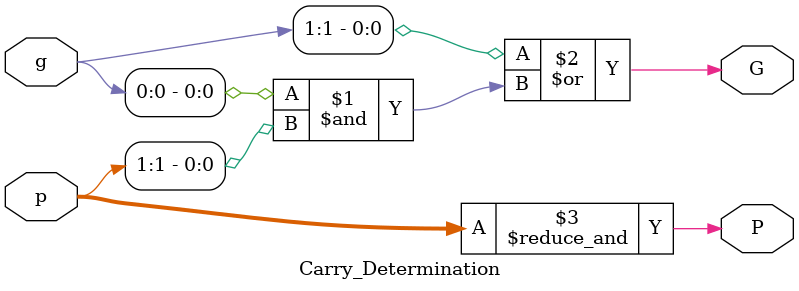
<source format=v>
`timescale 1ns / 1ps

module Carry_Determination(
    input [1:0] g,p,
    output G,P
    );
assign G = g[1] | g[0]&p[1] ;
assign P = &p;
endmodule

</source>
